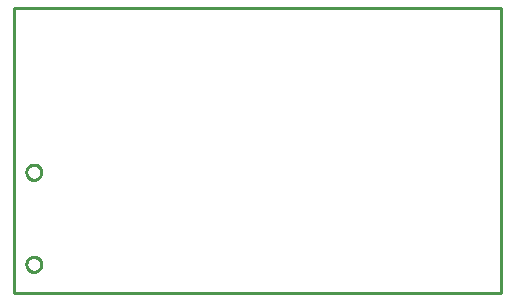
<source format=gko>
G04 EAGLE Gerber RS-274X export*
G75*
%MOMM*%
%FSLAX34Y34*%
%LPD*%
%INBoard Outline*%
%IPPOS*%
%AMOC8*
5,1,8,0,0,1.08239X$1,22.5*%
G01*
%ADD10C,0.254000*%


D10*
X0Y0D02*
X412750Y0D01*
X412750Y241300D01*
X0Y241300D01*
X0Y0D01*
X16638Y18150D02*
X16017Y18211D01*
X15405Y18333D01*
X14808Y18514D01*
X14232Y18753D01*
X13682Y19047D01*
X13163Y19393D01*
X12680Y19789D01*
X12239Y20230D01*
X11843Y20713D01*
X11497Y21232D01*
X11203Y21782D01*
X10964Y22358D01*
X10783Y22955D01*
X10661Y23567D01*
X10600Y24188D01*
X10600Y24812D01*
X10661Y25433D01*
X10783Y26045D01*
X10964Y26642D01*
X11203Y27218D01*
X11497Y27769D01*
X11843Y28287D01*
X12239Y28770D01*
X12680Y29211D01*
X13163Y29607D01*
X13682Y29953D01*
X14232Y30247D01*
X14808Y30486D01*
X15405Y30667D01*
X16017Y30789D01*
X16638Y30850D01*
X17262Y30850D01*
X17883Y30789D01*
X18495Y30667D01*
X19092Y30486D01*
X19668Y30247D01*
X20219Y29953D01*
X20737Y29607D01*
X21220Y29211D01*
X21661Y28770D01*
X22057Y28287D01*
X22403Y27769D01*
X22697Y27218D01*
X22936Y26642D01*
X23117Y26045D01*
X23239Y25433D01*
X23300Y24812D01*
X23300Y24188D01*
X23239Y23567D01*
X23117Y22955D01*
X22936Y22358D01*
X22697Y21782D01*
X22403Y21232D01*
X22057Y20713D01*
X21661Y20230D01*
X21220Y19789D01*
X20737Y19393D01*
X20219Y19047D01*
X19668Y18753D01*
X19092Y18514D01*
X18495Y18333D01*
X17883Y18211D01*
X17262Y18150D01*
X16638Y18150D01*
X16638Y96150D02*
X16017Y96211D01*
X15405Y96333D01*
X14808Y96514D01*
X14232Y96753D01*
X13682Y97047D01*
X13163Y97393D01*
X12680Y97789D01*
X12239Y98230D01*
X11843Y98713D01*
X11497Y99232D01*
X11203Y99782D01*
X10964Y100358D01*
X10783Y100955D01*
X10661Y101567D01*
X10600Y102188D01*
X10600Y102812D01*
X10661Y103433D01*
X10783Y104045D01*
X10964Y104642D01*
X11203Y105218D01*
X11497Y105769D01*
X11843Y106287D01*
X12239Y106770D01*
X12680Y107211D01*
X13163Y107607D01*
X13682Y107953D01*
X14232Y108247D01*
X14808Y108486D01*
X15405Y108667D01*
X16017Y108789D01*
X16638Y108850D01*
X17262Y108850D01*
X17883Y108789D01*
X18495Y108667D01*
X19092Y108486D01*
X19668Y108247D01*
X20219Y107953D01*
X20737Y107607D01*
X21220Y107211D01*
X21661Y106770D01*
X22057Y106287D01*
X22403Y105769D01*
X22697Y105218D01*
X22936Y104642D01*
X23117Y104045D01*
X23239Y103433D01*
X23300Y102812D01*
X23300Y102188D01*
X23239Y101567D01*
X23117Y100955D01*
X22936Y100358D01*
X22697Y99782D01*
X22403Y99232D01*
X22057Y98713D01*
X21661Y98230D01*
X21220Y97789D01*
X20737Y97393D01*
X20219Y97047D01*
X19668Y96753D01*
X19092Y96514D01*
X18495Y96333D01*
X17883Y96211D01*
X17262Y96150D01*
X16638Y96150D01*
M02*

</source>
